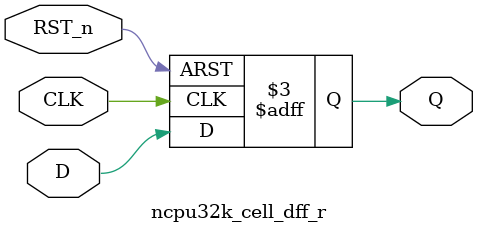
<source format=v>
/**@file
 * Cell - DFF (Data Flip Flop) with Reset Port
 */

/***************************************************************************/
/*  Nano-cpu 32000 (Scalable Ultra-Low-Power Processor)                    */
/*                                                                         */
/*  Copyright (C) 2019 cassuto <psc-system@outlook.com>, China.            */
/*  This project is free edition; you can redistribute it and/or           */
/*  modify it under the terms of the GNU Lesser General Public             */
/*  License(GPL) as published by the Free Software Foundation; either      */
/*  version 2.1 of the License, or (at your option) any later version.     */
/*                                                                         */
/*  This project is distributed in the hope that it will be useful,        */
/*  but WITHOUT ANY WARRANTY; without even the implied warranty of         */
/*  MERCHANTABILITY or FITNESS FOR A PARTICULAR PURPOSE.  See the GNU      */
/*  Lesser General Public License for more details.                        */
/***************************************************************************/

`include "ncpu32k_config.h"

module ncpu32k_cell_dff_r # (
   parameter DW = 1, // Data Width in bits
   parameter RST_VECTOR = {DW{1'b0}}
)
(
   input CLK,
   input RST_n,
   input [DW-1:0] D, // Data input
   output reg [DW-1:0] Q // Data output
);
   always @(posedge CLK or negedge RST_n) begin
     if (!RST_n)
       Q <= RST_VECTOR;
     else
       Q <= #1 D;
   end
   
   // synthesis translate_off
`ifndef SYNTHESIS                   

   // Assertions
`ifdef NCPU_ENABLE_ASSERT
   always @(posedge CLK) begin
      if(D == {DW{1'bx}})
         $fatal ("\n dff uncertain state! \n");
   end
`endif

`endif
   // synthesis translate_on
endmodule

</source>
